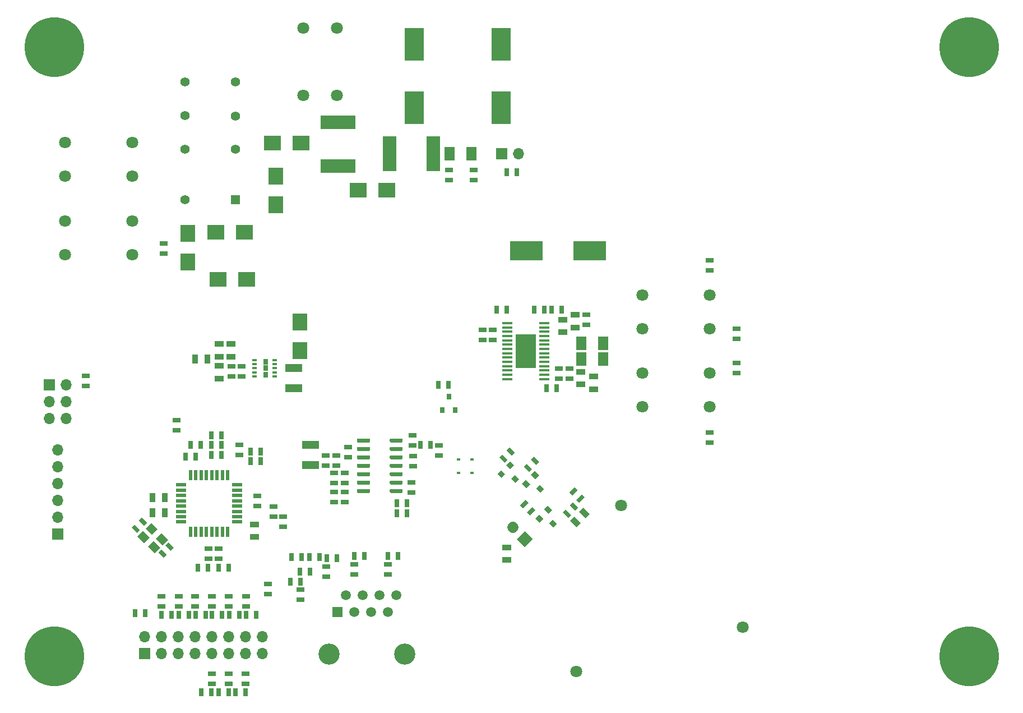
<source format=gts>
G04 #@! TF.GenerationSoftware,KiCad,Pcbnew,5.1.5-52549c5~84~ubuntu18.04.1*
G04 #@! TF.CreationDate,2020-04-08T01:42:59+02:00*
G04 #@! TF.ProjectId,opensyringepump_indus,6f70656e-7379-4726-996e-676570756d70,rev?*
G04 #@! TF.SameCoordinates,Original*
G04 #@! TF.FileFunction,Soldermask,Top*
G04 #@! TF.FilePolarity,Negative*
%FSLAX46Y46*%
G04 Gerber Fmt 4.6, Leading zero omitted, Abs format (unit mm)*
G04 Created by KiCad (PCBNEW 5.1.5-52549c5~84~ubuntu18.04.1) date 2020-04-08 01:42:59*
%MOMM*%
%LPD*%
G04 APERTURE LIST*
%ADD10R,1.143000X0.635000*%
%ADD11R,0.635000X1.143000*%
%ADD12C,0.100000*%
%ADD13R,1.397000X0.889000*%
%ADD14R,0.889000X1.397000*%
%ADD15R,2.540000X1.270000*%
%ADD16C,9.000000*%
%ADD17O,1.700000X1.700000*%
%ADD18R,1.700000X1.700000*%
%ADD19C,1.800000*%
%ADD20C,0.350000*%
%ADD21R,0.700000X0.966666*%
%ADD22R,0.650000X0.300000*%
%ADD23R,2.000000X5.300000*%
%ADD24R,5.300000X2.000000*%
%ADD25R,2.300000X2.500000*%
%ADD26R,0.600000X0.450000*%
%ADD27C,1.500000*%
%ADD28R,1.500000X1.500000*%
%ADD29C,3.200000*%
%ADD30R,1.524000X2.032000*%
%ADD31R,5.000000X3.000000*%
%ADD32R,3.000000X5.000000*%
%ADD33R,1.600200X0.299720*%
%ADD34R,3.098800X5.179060*%
%ADD35R,0.800000X0.900000*%
%ADD36C,1.700000*%
%ADD37R,0.550000X1.600000*%
%ADD38R,1.600000X0.550000*%
%ADD39C,1.400000*%
%ADD40R,1.400000X1.400000*%
%ADD41R,2.500000X2.300000*%
G04 APERTURE END LIST*
D10*
X54500000Y-94338000D03*
X54500000Y-95862000D03*
X62800000Y-87762000D03*
X62800000Y-86238000D03*
X64299999Y-87762000D03*
X64299999Y-86238000D03*
X100700000Y-80738000D03*
X100700000Y-82262000D03*
X102200000Y-82262000D03*
X102200000Y-80738000D03*
D11*
X57362000Y-99800000D03*
X55838000Y-99800000D03*
X58162000Y-98100000D03*
X56638000Y-98100000D03*
D12*
G36*
X115044576Y-104899599D02*
G01*
X114236353Y-105707822D01*
X113787340Y-105258809D01*
X114595563Y-104450586D01*
X115044576Y-104899599D01*
G37*
G36*
X116122206Y-105977229D02*
G01*
X115313983Y-106785452D01*
X114864970Y-106336439D01*
X115673193Y-105528216D01*
X116122206Y-105977229D01*
G37*
G36*
X113281580Y-107810197D02*
G01*
X114089803Y-108618420D01*
X113640790Y-109067433D01*
X112832567Y-108259210D01*
X113281580Y-107810197D01*
G37*
G36*
X114359210Y-106732567D02*
G01*
X115167433Y-107540790D01*
X114718420Y-107989803D01*
X113910197Y-107181580D01*
X114359210Y-106732567D01*
G37*
G36*
X107440349Y-108245628D02*
G01*
X108248572Y-107437405D01*
X108697585Y-107886418D01*
X107889362Y-108694641D01*
X107440349Y-108245628D01*
G37*
G36*
X106362719Y-107167998D02*
G01*
X107170942Y-106359775D01*
X107619955Y-106808788D01*
X106811732Y-107617011D01*
X106362719Y-107167998D01*
G37*
G36*
X108818420Y-101089803D02*
G01*
X108010197Y-100281580D01*
X108459210Y-99832567D01*
X109267433Y-100640790D01*
X108818420Y-101089803D01*
G37*
G36*
X107740790Y-102167433D02*
G01*
X106932567Y-101359210D01*
X107381580Y-100910197D01*
X108189803Y-101718420D01*
X107740790Y-102167433D01*
G37*
G36*
X105118420Y-99689803D02*
G01*
X104310197Y-98881580D01*
X104759210Y-98432567D01*
X105567433Y-99240790D01*
X105118420Y-99689803D01*
G37*
G36*
X104040790Y-100767433D02*
G01*
X103232567Y-99959210D01*
X103681580Y-99510197D01*
X104489803Y-100318420D01*
X104040790Y-100767433D01*
G37*
D11*
X74538000Y-115000000D03*
X76062000Y-115000000D03*
X74662000Y-117200000D03*
X73138000Y-117200000D03*
D10*
X69100000Y-107338000D03*
X69100000Y-108862000D03*
X90100000Y-96638000D03*
X90100000Y-98162000D03*
X90000000Y-105262000D03*
X90000000Y-103738000D03*
D11*
X87738000Y-108400000D03*
X89262000Y-108400000D03*
X89262000Y-106900000D03*
X87738000Y-106900000D03*
D10*
X90200000Y-99738000D03*
X90200000Y-101262000D03*
X77000000Y-99638000D03*
X77000000Y-101162000D03*
X78600000Y-101162000D03*
X78600000Y-99638000D03*
X78300000Y-105138000D03*
X78300000Y-106662000D03*
X79900000Y-106662000D03*
X79900000Y-105138000D03*
X78300000Y-103862000D03*
X78300000Y-102338000D03*
X79900000Y-102338000D03*
X79900000Y-103862000D03*
D11*
X65638000Y-100500000D03*
X67162000Y-100500000D03*
X65638000Y-99100000D03*
X67162000Y-99100000D03*
D10*
X64000000Y-98038000D03*
X64000000Y-99562000D03*
X113800000Y-88062000D03*
X113800000Y-86538000D03*
D11*
X111138000Y-77700000D03*
X112662000Y-77700000D03*
X108538000Y-77700000D03*
X110062000Y-77700000D03*
X95562000Y-89000000D03*
X94038000Y-89000000D03*
X59738000Y-98100000D03*
X61262000Y-98100000D03*
X61262000Y-96600000D03*
X59738000Y-96600000D03*
X49762000Y-123500000D03*
X48238000Y-123500000D03*
D10*
X40800000Y-87638000D03*
X40800000Y-89162000D03*
D11*
X73362000Y-115000000D03*
X71838000Y-115000000D03*
D10*
X68300000Y-119038000D03*
X68300000Y-120562000D03*
D12*
G36*
X116253124Y-109134704D02*
G01*
X115265296Y-108146876D01*
X115893914Y-107518258D01*
X116881742Y-108506086D01*
X116253124Y-109134704D01*
G37*
G36*
X114906086Y-110481742D02*
G01*
X113918258Y-109493914D01*
X114546876Y-108865296D01*
X115534704Y-109853124D01*
X114906086Y-110481742D01*
G37*
D13*
X104400000Y-115452500D03*
X104400000Y-113547500D03*
X66300000Y-111952500D03*
X66300000Y-110047500D03*
D10*
X52500000Y-67638000D03*
X52500000Y-69162000D03*
D14*
X57247500Y-85100000D03*
X59152500Y-85100000D03*
D13*
X60900000Y-88052500D03*
X60900000Y-86147500D03*
X60899999Y-82847501D03*
X60899999Y-84752501D03*
X62700001Y-82847501D03*
X62700001Y-84752501D03*
D15*
X72200001Y-89524001D03*
X72200001Y-86476001D03*
D14*
X50847500Y-106000000D03*
X52752500Y-106000000D03*
X50847500Y-108300000D03*
X52752500Y-108300000D03*
D13*
X112800000Y-79147500D03*
X112800000Y-81052500D03*
X115500000Y-88952500D03*
X115500000Y-87047500D03*
X114700000Y-78447500D03*
X114700000Y-80352500D03*
X117500000Y-89652500D03*
X117500000Y-87747500D03*
D10*
X116400000Y-78438000D03*
X116400000Y-79962000D03*
X99400000Y-58062000D03*
X99400000Y-56538000D03*
X95600000Y-58062000D03*
X95600000Y-56538000D03*
D11*
X58862000Y-123700000D03*
X57338000Y-123700000D03*
X61362000Y-123700000D03*
X59838000Y-123700000D03*
X56362000Y-123700000D03*
X54838000Y-123700000D03*
X63962000Y-123700000D03*
X62438000Y-123700000D03*
X53762000Y-123700000D03*
X52238000Y-123700000D03*
X66500000Y-123700000D03*
X64976000Y-123700000D03*
D12*
G36*
X48130970Y-110101009D02*
G01*
X48939193Y-110909232D01*
X48490180Y-111358245D01*
X47681957Y-110550022D01*
X48130970Y-110101009D01*
G37*
G36*
X49208600Y-109023379D02*
G01*
X50016823Y-109831602D01*
X49567810Y-110280615D01*
X48759587Y-109472392D01*
X49208600Y-109023379D01*
G37*
G36*
X53598319Y-114028281D02*
G01*
X52790096Y-113220058D01*
X53239109Y-112771045D01*
X54047332Y-113579268D01*
X53598319Y-114028281D01*
G37*
G36*
X52520689Y-115105911D02*
G01*
X51712466Y-114297688D01*
X52161479Y-113848675D01*
X52969702Y-114656898D01*
X52520689Y-115105911D01*
G37*
D11*
X87924000Y-114800000D03*
X86400000Y-114800000D03*
X82862000Y-114800000D03*
X81338000Y-114800000D03*
X58238000Y-135400000D03*
X59762000Y-135400000D03*
X60838000Y-135400000D03*
X62362000Y-135400000D03*
D10*
X70600000Y-110462000D03*
X70600000Y-108938000D03*
D11*
X63338000Y-135400000D03*
X64862000Y-135400000D03*
X57738000Y-116600000D03*
X59262000Y-116600000D03*
X62362000Y-116600000D03*
X60838000Y-116600000D03*
X78662000Y-115200000D03*
X77138000Y-115200000D03*
D10*
X139100000Y-80538000D03*
X139100000Y-82062000D03*
X139100000Y-87262000D03*
X139100000Y-85738000D03*
X135000000Y-71762000D03*
X135000000Y-70238000D03*
X135000000Y-96238000D03*
X135000000Y-97762000D03*
D11*
X71638000Y-118700000D03*
X73162000Y-118700000D03*
D10*
X66700000Y-105788000D03*
X66700000Y-107312000D03*
X80400000Y-98438000D03*
X80400000Y-99962000D03*
D15*
X74700000Y-98076000D03*
X74700000Y-101124000D03*
D11*
X111862000Y-89500000D03*
X110338000Y-89500000D03*
D10*
X112200000Y-88062000D03*
X112200000Y-86538000D03*
D11*
X102838000Y-77700000D03*
X104362000Y-77700000D03*
D10*
X94100000Y-99662000D03*
X94100000Y-98138000D03*
D11*
X61262000Y-99600000D03*
X59738000Y-99600000D03*
D16*
X174200000Y-130000000D03*
X36000000Y-38000000D03*
X36000000Y-130000000D03*
X174200000Y-38000000D03*
D11*
X104338000Y-56900000D03*
X105862000Y-56900000D03*
D17*
X36500000Y-98800000D03*
X36500000Y-101340000D03*
X36500000Y-103880000D03*
X36500000Y-106420000D03*
X36500000Y-108960000D03*
D18*
X36500000Y-111500000D03*
D17*
X37840000Y-94080000D03*
X35300000Y-94080000D03*
X37840000Y-91540000D03*
X35300000Y-91540000D03*
X37840000Y-89000000D03*
D18*
X35300000Y-89000000D03*
D19*
X139988618Y-125582016D03*
X121617984Y-107211382D03*
X114893398Y-132306602D03*
D20*
X67975000Y-85533334D03*
X67975000Y-86500000D03*
X67975000Y-87466666D03*
D21*
X67975000Y-85533334D03*
X67975000Y-86500000D03*
X67975000Y-87466666D03*
D22*
X66275000Y-87700000D03*
X66275000Y-87100000D03*
X66275000Y-86500000D03*
X66275000Y-85900000D03*
X66275000Y-85300000D03*
X69325000Y-85300000D03*
X69325000Y-85900000D03*
X69325000Y-86500000D03*
X69325000Y-87100000D03*
X69325000Y-87700000D03*
D17*
X106140000Y-54100000D03*
D18*
X103600000Y-54100000D03*
D11*
X91338000Y-98100000D03*
X92862000Y-98100000D03*
D23*
X86700000Y-54100000D03*
X93300000Y-54100000D03*
D24*
X78900000Y-56000000D03*
X78900000Y-49400000D03*
D25*
X73100000Y-79550000D03*
X73100000Y-83850000D03*
D26*
X99150000Y-100300000D03*
X97050000Y-100300000D03*
X99150000Y-102300000D03*
X97050000Y-102300000D03*
D27*
X87690000Y-120760000D03*
X86420000Y-123300000D03*
X85150000Y-120760000D03*
X83880000Y-123300000D03*
X82610000Y-120760000D03*
X81340000Y-123300000D03*
X80070000Y-120760000D03*
D28*
X78800000Y-123300000D03*
D29*
X77530000Y-129650000D03*
X88960000Y-129650000D03*
D30*
X99051000Y-54100000D03*
X95749000Y-54100000D03*
D31*
X116900000Y-68800000D03*
X107300000Y-68800000D03*
D32*
X103500000Y-47200000D03*
X103500000Y-37600000D03*
X90400000Y-47200000D03*
X90400000Y-37600000D03*
D10*
X52200000Y-122462000D03*
X52200000Y-120938000D03*
X54800000Y-122462000D03*
X54800000Y-120938000D03*
X57300000Y-122462000D03*
X57300000Y-120938000D03*
X59800000Y-122462000D03*
X59800000Y-120938000D03*
X62400000Y-122462000D03*
X62400000Y-120938000D03*
X65000000Y-122462000D03*
X65000000Y-120938000D03*
D12*
G36*
X51996016Y-113549569D02*
G01*
X51147488Y-114398097D01*
X50157538Y-113408147D01*
X51006066Y-112559619D01*
X51996016Y-113549569D01*
G37*
G36*
X50440381Y-111993934D02*
G01*
X49591853Y-112842462D01*
X48601903Y-111852512D01*
X49450431Y-111003984D01*
X50440381Y-111993934D01*
G37*
G36*
X51642462Y-110791853D02*
G01*
X50793934Y-111640381D01*
X49803984Y-110650431D01*
X50652512Y-109801903D01*
X51642462Y-110791853D01*
G37*
G36*
X53198097Y-112347488D02*
G01*
X52349569Y-113196016D01*
X51359619Y-112206066D01*
X52208147Y-111357538D01*
X53198097Y-112347488D01*
G37*
D10*
X86400000Y-116138000D03*
X86400000Y-117662000D03*
X81300000Y-116138000D03*
X81300000Y-117662000D03*
X59800000Y-134162000D03*
X59800000Y-132638000D03*
X62400000Y-134162000D03*
X62400000Y-132638000D03*
X64900000Y-134162000D03*
X64900000Y-132638000D03*
X59300000Y-113738000D03*
X59300000Y-115262000D03*
X60800000Y-113738000D03*
X60800000Y-115262000D03*
X73200000Y-119938000D03*
X73200000Y-121462000D03*
X77100000Y-116438000D03*
X77100000Y-117962000D03*
D33*
X109999080Y-79675980D03*
X109999080Y-80326220D03*
X109999080Y-80973920D03*
X109999080Y-81624160D03*
X109999080Y-82274400D03*
X109999080Y-82924640D03*
X109999080Y-83574880D03*
X109999080Y-84225120D03*
X109999080Y-84875360D03*
X109999080Y-85525600D03*
X109999080Y-86175840D03*
X109999080Y-86826080D03*
X109999080Y-87473780D03*
X109999080Y-88124020D03*
D34*
X107200000Y-83900000D03*
D33*
X104400920Y-88124020D03*
X104400920Y-87473780D03*
X104400920Y-86826080D03*
X104400920Y-86175840D03*
X104400920Y-85525600D03*
X104400920Y-84875360D03*
X104400920Y-84225120D03*
X104400920Y-83574880D03*
X104400920Y-82924640D03*
X104400920Y-82274400D03*
X104400920Y-81624160D03*
X104400920Y-80973920D03*
X104400920Y-80326220D03*
X104400920Y-79675980D03*
D12*
G36*
X88514703Y-97090722D02*
G01*
X88529264Y-97092882D01*
X88543543Y-97096459D01*
X88557403Y-97101418D01*
X88570710Y-97107712D01*
X88583336Y-97115280D01*
X88595159Y-97124048D01*
X88606066Y-97133934D01*
X88615952Y-97144841D01*
X88624720Y-97156664D01*
X88632288Y-97169290D01*
X88638582Y-97182597D01*
X88643541Y-97196457D01*
X88647118Y-97210736D01*
X88649278Y-97225297D01*
X88650000Y-97240000D01*
X88650000Y-97540000D01*
X88649278Y-97554703D01*
X88647118Y-97569264D01*
X88643541Y-97583543D01*
X88638582Y-97597403D01*
X88632288Y-97610710D01*
X88624720Y-97623336D01*
X88615952Y-97635159D01*
X88606066Y-97646066D01*
X88595159Y-97655952D01*
X88583336Y-97664720D01*
X88570710Y-97672288D01*
X88557403Y-97678582D01*
X88543543Y-97683541D01*
X88529264Y-97687118D01*
X88514703Y-97689278D01*
X88500000Y-97690000D01*
X86850000Y-97690000D01*
X86835297Y-97689278D01*
X86820736Y-97687118D01*
X86806457Y-97683541D01*
X86792597Y-97678582D01*
X86779290Y-97672288D01*
X86766664Y-97664720D01*
X86754841Y-97655952D01*
X86743934Y-97646066D01*
X86734048Y-97635159D01*
X86725280Y-97623336D01*
X86717712Y-97610710D01*
X86711418Y-97597403D01*
X86706459Y-97583543D01*
X86702882Y-97569264D01*
X86700722Y-97554703D01*
X86700000Y-97540000D01*
X86700000Y-97240000D01*
X86700722Y-97225297D01*
X86702882Y-97210736D01*
X86706459Y-97196457D01*
X86711418Y-97182597D01*
X86717712Y-97169290D01*
X86725280Y-97156664D01*
X86734048Y-97144841D01*
X86743934Y-97133934D01*
X86754841Y-97124048D01*
X86766664Y-97115280D01*
X86779290Y-97107712D01*
X86792597Y-97101418D01*
X86806457Y-97096459D01*
X86820736Y-97092882D01*
X86835297Y-97090722D01*
X86850000Y-97090000D01*
X88500000Y-97090000D01*
X88514703Y-97090722D01*
G37*
G36*
X88514703Y-98360722D02*
G01*
X88529264Y-98362882D01*
X88543543Y-98366459D01*
X88557403Y-98371418D01*
X88570710Y-98377712D01*
X88583336Y-98385280D01*
X88595159Y-98394048D01*
X88606066Y-98403934D01*
X88615952Y-98414841D01*
X88624720Y-98426664D01*
X88632288Y-98439290D01*
X88638582Y-98452597D01*
X88643541Y-98466457D01*
X88647118Y-98480736D01*
X88649278Y-98495297D01*
X88650000Y-98510000D01*
X88650000Y-98810000D01*
X88649278Y-98824703D01*
X88647118Y-98839264D01*
X88643541Y-98853543D01*
X88638582Y-98867403D01*
X88632288Y-98880710D01*
X88624720Y-98893336D01*
X88615952Y-98905159D01*
X88606066Y-98916066D01*
X88595159Y-98925952D01*
X88583336Y-98934720D01*
X88570710Y-98942288D01*
X88557403Y-98948582D01*
X88543543Y-98953541D01*
X88529264Y-98957118D01*
X88514703Y-98959278D01*
X88500000Y-98960000D01*
X86850000Y-98960000D01*
X86835297Y-98959278D01*
X86820736Y-98957118D01*
X86806457Y-98953541D01*
X86792597Y-98948582D01*
X86779290Y-98942288D01*
X86766664Y-98934720D01*
X86754841Y-98925952D01*
X86743934Y-98916066D01*
X86734048Y-98905159D01*
X86725280Y-98893336D01*
X86717712Y-98880710D01*
X86711418Y-98867403D01*
X86706459Y-98853543D01*
X86702882Y-98839264D01*
X86700722Y-98824703D01*
X86700000Y-98810000D01*
X86700000Y-98510000D01*
X86700722Y-98495297D01*
X86702882Y-98480736D01*
X86706459Y-98466457D01*
X86711418Y-98452597D01*
X86717712Y-98439290D01*
X86725280Y-98426664D01*
X86734048Y-98414841D01*
X86743934Y-98403934D01*
X86754841Y-98394048D01*
X86766664Y-98385280D01*
X86779290Y-98377712D01*
X86792597Y-98371418D01*
X86806457Y-98366459D01*
X86820736Y-98362882D01*
X86835297Y-98360722D01*
X86850000Y-98360000D01*
X88500000Y-98360000D01*
X88514703Y-98360722D01*
G37*
G36*
X88514703Y-99630722D02*
G01*
X88529264Y-99632882D01*
X88543543Y-99636459D01*
X88557403Y-99641418D01*
X88570710Y-99647712D01*
X88583336Y-99655280D01*
X88595159Y-99664048D01*
X88606066Y-99673934D01*
X88615952Y-99684841D01*
X88624720Y-99696664D01*
X88632288Y-99709290D01*
X88638582Y-99722597D01*
X88643541Y-99736457D01*
X88647118Y-99750736D01*
X88649278Y-99765297D01*
X88650000Y-99780000D01*
X88650000Y-100080000D01*
X88649278Y-100094703D01*
X88647118Y-100109264D01*
X88643541Y-100123543D01*
X88638582Y-100137403D01*
X88632288Y-100150710D01*
X88624720Y-100163336D01*
X88615952Y-100175159D01*
X88606066Y-100186066D01*
X88595159Y-100195952D01*
X88583336Y-100204720D01*
X88570710Y-100212288D01*
X88557403Y-100218582D01*
X88543543Y-100223541D01*
X88529264Y-100227118D01*
X88514703Y-100229278D01*
X88500000Y-100230000D01*
X86850000Y-100230000D01*
X86835297Y-100229278D01*
X86820736Y-100227118D01*
X86806457Y-100223541D01*
X86792597Y-100218582D01*
X86779290Y-100212288D01*
X86766664Y-100204720D01*
X86754841Y-100195952D01*
X86743934Y-100186066D01*
X86734048Y-100175159D01*
X86725280Y-100163336D01*
X86717712Y-100150710D01*
X86711418Y-100137403D01*
X86706459Y-100123543D01*
X86702882Y-100109264D01*
X86700722Y-100094703D01*
X86700000Y-100080000D01*
X86700000Y-99780000D01*
X86700722Y-99765297D01*
X86702882Y-99750736D01*
X86706459Y-99736457D01*
X86711418Y-99722597D01*
X86717712Y-99709290D01*
X86725280Y-99696664D01*
X86734048Y-99684841D01*
X86743934Y-99673934D01*
X86754841Y-99664048D01*
X86766664Y-99655280D01*
X86779290Y-99647712D01*
X86792597Y-99641418D01*
X86806457Y-99636459D01*
X86820736Y-99632882D01*
X86835297Y-99630722D01*
X86850000Y-99630000D01*
X88500000Y-99630000D01*
X88514703Y-99630722D01*
G37*
G36*
X88514703Y-100900722D02*
G01*
X88529264Y-100902882D01*
X88543543Y-100906459D01*
X88557403Y-100911418D01*
X88570710Y-100917712D01*
X88583336Y-100925280D01*
X88595159Y-100934048D01*
X88606066Y-100943934D01*
X88615952Y-100954841D01*
X88624720Y-100966664D01*
X88632288Y-100979290D01*
X88638582Y-100992597D01*
X88643541Y-101006457D01*
X88647118Y-101020736D01*
X88649278Y-101035297D01*
X88650000Y-101050000D01*
X88650000Y-101350000D01*
X88649278Y-101364703D01*
X88647118Y-101379264D01*
X88643541Y-101393543D01*
X88638582Y-101407403D01*
X88632288Y-101420710D01*
X88624720Y-101433336D01*
X88615952Y-101445159D01*
X88606066Y-101456066D01*
X88595159Y-101465952D01*
X88583336Y-101474720D01*
X88570710Y-101482288D01*
X88557403Y-101488582D01*
X88543543Y-101493541D01*
X88529264Y-101497118D01*
X88514703Y-101499278D01*
X88500000Y-101500000D01*
X86850000Y-101500000D01*
X86835297Y-101499278D01*
X86820736Y-101497118D01*
X86806457Y-101493541D01*
X86792597Y-101488582D01*
X86779290Y-101482288D01*
X86766664Y-101474720D01*
X86754841Y-101465952D01*
X86743934Y-101456066D01*
X86734048Y-101445159D01*
X86725280Y-101433336D01*
X86717712Y-101420710D01*
X86711418Y-101407403D01*
X86706459Y-101393543D01*
X86702882Y-101379264D01*
X86700722Y-101364703D01*
X86700000Y-101350000D01*
X86700000Y-101050000D01*
X86700722Y-101035297D01*
X86702882Y-101020736D01*
X86706459Y-101006457D01*
X86711418Y-100992597D01*
X86717712Y-100979290D01*
X86725280Y-100966664D01*
X86734048Y-100954841D01*
X86743934Y-100943934D01*
X86754841Y-100934048D01*
X86766664Y-100925280D01*
X86779290Y-100917712D01*
X86792597Y-100911418D01*
X86806457Y-100906459D01*
X86820736Y-100902882D01*
X86835297Y-100900722D01*
X86850000Y-100900000D01*
X88500000Y-100900000D01*
X88514703Y-100900722D01*
G37*
G36*
X88514703Y-102170722D02*
G01*
X88529264Y-102172882D01*
X88543543Y-102176459D01*
X88557403Y-102181418D01*
X88570710Y-102187712D01*
X88583336Y-102195280D01*
X88595159Y-102204048D01*
X88606066Y-102213934D01*
X88615952Y-102224841D01*
X88624720Y-102236664D01*
X88632288Y-102249290D01*
X88638582Y-102262597D01*
X88643541Y-102276457D01*
X88647118Y-102290736D01*
X88649278Y-102305297D01*
X88650000Y-102320000D01*
X88650000Y-102620000D01*
X88649278Y-102634703D01*
X88647118Y-102649264D01*
X88643541Y-102663543D01*
X88638582Y-102677403D01*
X88632288Y-102690710D01*
X88624720Y-102703336D01*
X88615952Y-102715159D01*
X88606066Y-102726066D01*
X88595159Y-102735952D01*
X88583336Y-102744720D01*
X88570710Y-102752288D01*
X88557403Y-102758582D01*
X88543543Y-102763541D01*
X88529264Y-102767118D01*
X88514703Y-102769278D01*
X88500000Y-102770000D01*
X86850000Y-102770000D01*
X86835297Y-102769278D01*
X86820736Y-102767118D01*
X86806457Y-102763541D01*
X86792597Y-102758582D01*
X86779290Y-102752288D01*
X86766664Y-102744720D01*
X86754841Y-102735952D01*
X86743934Y-102726066D01*
X86734048Y-102715159D01*
X86725280Y-102703336D01*
X86717712Y-102690710D01*
X86711418Y-102677403D01*
X86706459Y-102663543D01*
X86702882Y-102649264D01*
X86700722Y-102634703D01*
X86700000Y-102620000D01*
X86700000Y-102320000D01*
X86700722Y-102305297D01*
X86702882Y-102290736D01*
X86706459Y-102276457D01*
X86711418Y-102262597D01*
X86717712Y-102249290D01*
X86725280Y-102236664D01*
X86734048Y-102224841D01*
X86743934Y-102213934D01*
X86754841Y-102204048D01*
X86766664Y-102195280D01*
X86779290Y-102187712D01*
X86792597Y-102181418D01*
X86806457Y-102176459D01*
X86820736Y-102172882D01*
X86835297Y-102170722D01*
X86850000Y-102170000D01*
X88500000Y-102170000D01*
X88514703Y-102170722D01*
G37*
G36*
X88514703Y-103440722D02*
G01*
X88529264Y-103442882D01*
X88543543Y-103446459D01*
X88557403Y-103451418D01*
X88570710Y-103457712D01*
X88583336Y-103465280D01*
X88595159Y-103474048D01*
X88606066Y-103483934D01*
X88615952Y-103494841D01*
X88624720Y-103506664D01*
X88632288Y-103519290D01*
X88638582Y-103532597D01*
X88643541Y-103546457D01*
X88647118Y-103560736D01*
X88649278Y-103575297D01*
X88650000Y-103590000D01*
X88650000Y-103890000D01*
X88649278Y-103904703D01*
X88647118Y-103919264D01*
X88643541Y-103933543D01*
X88638582Y-103947403D01*
X88632288Y-103960710D01*
X88624720Y-103973336D01*
X88615952Y-103985159D01*
X88606066Y-103996066D01*
X88595159Y-104005952D01*
X88583336Y-104014720D01*
X88570710Y-104022288D01*
X88557403Y-104028582D01*
X88543543Y-104033541D01*
X88529264Y-104037118D01*
X88514703Y-104039278D01*
X88500000Y-104040000D01*
X86850000Y-104040000D01*
X86835297Y-104039278D01*
X86820736Y-104037118D01*
X86806457Y-104033541D01*
X86792597Y-104028582D01*
X86779290Y-104022288D01*
X86766664Y-104014720D01*
X86754841Y-104005952D01*
X86743934Y-103996066D01*
X86734048Y-103985159D01*
X86725280Y-103973336D01*
X86717712Y-103960710D01*
X86711418Y-103947403D01*
X86706459Y-103933543D01*
X86702882Y-103919264D01*
X86700722Y-103904703D01*
X86700000Y-103890000D01*
X86700000Y-103590000D01*
X86700722Y-103575297D01*
X86702882Y-103560736D01*
X86706459Y-103546457D01*
X86711418Y-103532597D01*
X86717712Y-103519290D01*
X86725280Y-103506664D01*
X86734048Y-103494841D01*
X86743934Y-103483934D01*
X86754841Y-103474048D01*
X86766664Y-103465280D01*
X86779290Y-103457712D01*
X86792597Y-103451418D01*
X86806457Y-103446459D01*
X86820736Y-103442882D01*
X86835297Y-103440722D01*
X86850000Y-103440000D01*
X88500000Y-103440000D01*
X88514703Y-103440722D01*
G37*
G36*
X88514703Y-104710722D02*
G01*
X88529264Y-104712882D01*
X88543543Y-104716459D01*
X88557403Y-104721418D01*
X88570710Y-104727712D01*
X88583336Y-104735280D01*
X88595159Y-104744048D01*
X88606066Y-104753934D01*
X88615952Y-104764841D01*
X88624720Y-104776664D01*
X88632288Y-104789290D01*
X88638582Y-104802597D01*
X88643541Y-104816457D01*
X88647118Y-104830736D01*
X88649278Y-104845297D01*
X88650000Y-104860000D01*
X88650000Y-105160000D01*
X88649278Y-105174703D01*
X88647118Y-105189264D01*
X88643541Y-105203543D01*
X88638582Y-105217403D01*
X88632288Y-105230710D01*
X88624720Y-105243336D01*
X88615952Y-105255159D01*
X88606066Y-105266066D01*
X88595159Y-105275952D01*
X88583336Y-105284720D01*
X88570710Y-105292288D01*
X88557403Y-105298582D01*
X88543543Y-105303541D01*
X88529264Y-105307118D01*
X88514703Y-105309278D01*
X88500000Y-105310000D01*
X86850000Y-105310000D01*
X86835297Y-105309278D01*
X86820736Y-105307118D01*
X86806457Y-105303541D01*
X86792597Y-105298582D01*
X86779290Y-105292288D01*
X86766664Y-105284720D01*
X86754841Y-105275952D01*
X86743934Y-105266066D01*
X86734048Y-105255159D01*
X86725280Y-105243336D01*
X86717712Y-105230710D01*
X86711418Y-105217403D01*
X86706459Y-105203543D01*
X86702882Y-105189264D01*
X86700722Y-105174703D01*
X86700000Y-105160000D01*
X86700000Y-104860000D01*
X86700722Y-104845297D01*
X86702882Y-104830736D01*
X86706459Y-104816457D01*
X86711418Y-104802597D01*
X86717712Y-104789290D01*
X86725280Y-104776664D01*
X86734048Y-104764841D01*
X86743934Y-104753934D01*
X86754841Y-104744048D01*
X86766664Y-104735280D01*
X86779290Y-104727712D01*
X86792597Y-104721418D01*
X86806457Y-104716459D01*
X86820736Y-104712882D01*
X86835297Y-104710722D01*
X86850000Y-104710000D01*
X88500000Y-104710000D01*
X88514703Y-104710722D01*
G37*
G36*
X83564703Y-104710722D02*
G01*
X83579264Y-104712882D01*
X83593543Y-104716459D01*
X83607403Y-104721418D01*
X83620710Y-104727712D01*
X83633336Y-104735280D01*
X83645159Y-104744048D01*
X83656066Y-104753934D01*
X83665952Y-104764841D01*
X83674720Y-104776664D01*
X83682288Y-104789290D01*
X83688582Y-104802597D01*
X83693541Y-104816457D01*
X83697118Y-104830736D01*
X83699278Y-104845297D01*
X83700000Y-104860000D01*
X83700000Y-105160000D01*
X83699278Y-105174703D01*
X83697118Y-105189264D01*
X83693541Y-105203543D01*
X83688582Y-105217403D01*
X83682288Y-105230710D01*
X83674720Y-105243336D01*
X83665952Y-105255159D01*
X83656066Y-105266066D01*
X83645159Y-105275952D01*
X83633336Y-105284720D01*
X83620710Y-105292288D01*
X83607403Y-105298582D01*
X83593543Y-105303541D01*
X83579264Y-105307118D01*
X83564703Y-105309278D01*
X83550000Y-105310000D01*
X81900000Y-105310000D01*
X81885297Y-105309278D01*
X81870736Y-105307118D01*
X81856457Y-105303541D01*
X81842597Y-105298582D01*
X81829290Y-105292288D01*
X81816664Y-105284720D01*
X81804841Y-105275952D01*
X81793934Y-105266066D01*
X81784048Y-105255159D01*
X81775280Y-105243336D01*
X81767712Y-105230710D01*
X81761418Y-105217403D01*
X81756459Y-105203543D01*
X81752882Y-105189264D01*
X81750722Y-105174703D01*
X81750000Y-105160000D01*
X81750000Y-104860000D01*
X81750722Y-104845297D01*
X81752882Y-104830736D01*
X81756459Y-104816457D01*
X81761418Y-104802597D01*
X81767712Y-104789290D01*
X81775280Y-104776664D01*
X81784048Y-104764841D01*
X81793934Y-104753934D01*
X81804841Y-104744048D01*
X81816664Y-104735280D01*
X81829290Y-104727712D01*
X81842597Y-104721418D01*
X81856457Y-104716459D01*
X81870736Y-104712882D01*
X81885297Y-104710722D01*
X81900000Y-104710000D01*
X83550000Y-104710000D01*
X83564703Y-104710722D01*
G37*
G36*
X83564703Y-103440722D02*
G01*
X83579264Y-103442882D01*
X83593543Y-103446459D01*
X83607403Y-103451418D01*
X83620710Y-103457712D01*
X83633336Y-103465280D01*
X83645159Y-103474048D01*
X83656066Y-103483934D01*
X83665952Y-103494841D01*
X83674720Y-103506664D01*
X83682288Y-103519290D01*
X83688582Y-103532597D01*
X83693541Y-103546457D01*
X83697118Y-103560736D01*
X83699278Y-103575297D01*
X83700000Y-103590000D01*
X83700000Y-103890000D01*
X83699278Y-103904703D01*
X83697118Y-103919264D01*
X83693541Y-103933543D01*
X83688582Y-103947403D01*
X83682288Y-103960710D01*
X83674720Y-103973336D01*
X83665952Y-103985159D01*
X83656066Y-103996066D01*
X83645159Y-104005952D01*
X83633336Y-104014720D01*
X83620710Y-104022288D01*
X83607403Y-104028582D01*
X83593543Y-104033541D01*
X83579264Y-104037118D01*
X83564703Y-104039278D01*
X83550000Y-104040000D01*
X81900000Y-104040000D01*
X81885297Y-104039278D01*
X81870736Y-104037118D01*
X81856457Y-104033541D01*
X81842597Y-104028582D01*
X81829290Y-104022288D01*
X81816664Y-104014720D01*
X81804841Y-104005952D01*
X81793934Y-103996066D01*
X81784048Y-103985159D01*
X81775280Y-103973336D01*
X81767712Y-103960710D01*
X81761418Y-103947403D01*
X81756459Y-103933543D01*
X81752882Y-103919264D01*
X81750722Y-103904703D01*
X81750000Y-103890000D01*
X81750000Y-103590000D01*
X81750722Y-103575297D01*
X81752882Y-103560736D01*
X81756459Y-103546457D01*
X81761418Y-103532597D01*
X81767712Y-103519290D01*
X81775280Y-103506664D01*
X81784048Y-103494841D01*
X81793934Y-103483934D01*
X81804841Y-103474048D01*
X81816664Y-103465280D01*
X81829290Y-103457712D01*
X81842597Y-103451418D01*
X81856457Y-103446459D01*
X81870736Y-103442882D01*
X81885297Y-103440722D01*
X81900000Y-103440000D01*
X83550000Y-103440000D01*
X83564703Y-103440722D01*
G37*
G36*
X83564703Y-102170722D02*
G01*
X83579264Y-102172882D01*
X83593543Y-102176459D01*
X83607403Y-102181418D01*
X83620710Y-102187712D01*
X83633336Y-102195280D01*
X83645159Y-102204048D01*
X83656066Y-102213934D01*
X83665952Y-102224841D01*
X83674720Y-102236664D01*
X83682288Y-102249290D01*
X83688582Y-102262597D01*
X83693541Y-102276457D01*
X83697118Y-102290736D01*
X83699278Y-102305297D01*
X83700000Y-102320000D01*
X83700000Y-102620000D01*
X83699278Y-102634703D01*
X83697118Y-102649264D01*
X83693541Y-102663543D01*
X83688582Y-102677403D01*
X83682288Y-102690710D01*
X83674720Y-102703336D01*
X83665952Y-102715159D01*
X83656066Y-102726066D01*
X83645159Y-102735952D01*
X83633336Y-102744720D01*
X83620710Y-102752288D01*
X83607403Y-102758582D01*
X83593543Y-102763541D01*
X83579264Y-102767118D01*
X83564703Y-102769278D01*
X83550000Y-102770000D01*
X81900000Y-102770000D01*
X81885297Y-102769278D01*
X81870736Y-102767118D01*
X81856457Y-102763541D01*
X81842597Y-102758582D01*
X81829290Y-102752288D01*
X81816664Y-102744720D01*
X81804841Y-102735952D01*
X81793934Y-102726066D01*
X81784048Y-102715159D01*
X81775280Y-102703336D01*
X81767712Y-102690710D01*
X81761418Y-102677403D01*
X81756459Y-102663543D01*
X81752882Y-102649264D01*
X81750722Y-102634703D01*
X81750000Y-102620000D01*
X81750000Y-102320000D01*
X81750722Y-102305297D01*
X81752882Y-102290736D01*
X81756459Y-102276457D01*
X81761418Y-102262597D01*
X81767712Y-102249290D01*
X81775280Y-102236664D01*
X81784048Y-102224841D01*
X81793934Y-102213934D01*
X81804841Y-102204048D01*
X81816664Y-102195280D01*
X81829290Y-102187712D01*
X81842597Y-102181418D01*
X81856457Y-102176459D01*
X81870736Y-102172882D01*
X81885297Y-102170722D01*
X81900000Y-102170000D01*
X83550000Y-102170000D01*
X83564703Y-102170722D01*
G37*
G36*
X83564703Y-100900722D02*
G01*
X83579264Y-100902882D01*
X83593543Y-100906459D01*
X83607403Y-100911418D01*
X83620710Y-100917712D01*
X83633336Y-100925280D01*
X83645159Y-100934048D01*
X83656066Y-100943934D01*
X83665952Y-100954841D01*
X83674720Y-100966664D01*
X83682288Y-100979290D01*
X83688582Y-100992597D01*
X83693541Y-101006457D01*
X83697118Y-101020736D01*
X83699278Y-101035297D01*
X83700000Y-101050000D01*
X83700000Y-101350000D01*
X83699278Y-101364703D01*
X83697118Y-101379264D01*
X83693541Y-101393543D01*
X83688582Y-101407403D01*
X83682288Y-101420710D01*
X83674720Y-101433336D01*
X83665952Y-101445159D01*
X83656066Y-101456066D01*
X83645159Y-101465952D01*
X83633336Y-101474720D01*
X83620710Y-101482288D01*
X83607403Y-101488582D01*
X83593543Y-101493541D01*
X83579264Y-101497118D01*
X83564703Y-101499278D01*
X83550000Y-101500000D01*
X81900000Y-101500000D01*
X81885297Y-101499278D01*
X81870736Y-101497118D01*
X81856457Y-101493541D01*
X81842597Y-101488582D01*
X81829290Y-101482288D01*
X81816664Y-101474720D01*
X81804841Y-101465952D01*
X81793934Y-101456066D01*
X81784048Y-101445159D01*
X81775280Y-101433336D01*
X81767712Y-101420710D01*
X81761418Y-101407403D01*
X81756459Y-101393543D01*
X81752882Y-101379264D01*
X81750722Y-101364703D01*
X81750000Y-101350000D01*
X81750000Y-101050000D01*
X81750722Y-101035297D01*
X81752882Y-101020736D01*
X81756459Y-101006457D01*
X81761418Y-100992597D01*
X81767712Y-100979290D01*
X81775280Y-100966664D01*
X81784048Y-100954841D01*
X81793934Y-100943934D01*
X81804841Y-100934048D01*
X81816664Y-100925280D01*
X81829290Y-100917712D01*
X81842597Y-100911418D01*
X81856457Y-100906459D01*
X81870736Y-100902882D01*
X81885297Y-100900722D01*
X81900000Y-100900000D01*
X83550000Y-100900000D01*
X83564703Y-100900722D01*
G37*
G36*
X83564703Y-99630722D02*
G01*
X83579264Y-99632882D01*
X83593543Y-99636459D01*
X83607403Y-99641418D01*
X83620710Y-99647712D01*
X83633336Y-99655280D01*
X83645159Y-99664048D01*
X83656066Y-99673934D01*
X83665952Y-99684841D01*
X83674720Y-99696664D01*
X83682288Y-99709290D01*
X83688582Y-99722597D01*
X83693541Y-99736457D01*
X83697118Y-99750736D01*
X83699278Y-99765297D01*
X83700000Y-99780000D01*
X83700000Y-100080000D01*
X83699278Y-100094703D01*
X83697118Y-100109264D01*
X83693541Y-100123543D01*
X83688582Y-100137403D01*
X83682288Y-100150710D01*
X83674720Y-100163336D01*
X83665952Y-100175159D01*
X83656066Y-100186066D01*
X83645159Y-100195952D01*
X83633336Y-100204720D01*
X83620710Y-100212288D01*
X83607403Y-100218582D01*
X83593543Y-100223541D01*
X83579264Y-100227118D01*
X83564703Y-100229278D01*
X83550000Y-100230000D01*
X81900000Y-100230000D01*
X81885297Y-100229278D01*
X81870736Y-100227118D01*
X81856457Y-100223541D01*
X81842597Y-100218582D01*
X81829290Y-100212288D01*
X81816664Y-100204720D01*
X81804841Y-100195952D01*
X81793934Y-100186066D01*
X81784048Y-100175159D01*
X81775280Y-100163336D01*
X81767712Y-100150710D01*
X81761418Y-100137403D01*
X81756459Y-100123543D01*
X81752882Y-100109264D01*
X81750722Y-100094703D01*
X81750000Y-100080000D01*
X81750000Y-99780000D01*
X81750722Y-99765297D01*
X81752882Y-99750736D01*
X81756459Y-99736457D01*
X81761418Y-99722597D01*
X81767712Y-99709290D01*
X81775280Y-99696664D01*
X81784048Y-99684841D01*
X81793934Y-99673934D01*
X81804841Y-99664048D01*
X81816664Y-99655280D01*
X81829290Y-99647712D01*
X81842597Y-99641418D01*
X81856457Y-99636459D01*
X81870736Y-99632882D01*
X81885297Y-99630722D01*
X81900000Y-99630000D01*
X83550000Y-99630000D01*
X83564703Y-99630722D01*
G37*
G36*
X83564703Y-98360722D02*
G01*
X83579264Y-98362882D01*
X83593543Y-98366459D01*
X83607403Y-98371418D01*
X83620710Y-98377712D01*
X83633336Y-98385280D01*
X83645159Y-98394048D01*
X83656066Y-98403934D01*
X83665952Y-98414841D01*
X83674720Y-98426664D01*
X83682288Y-98439290D01*
X83688582Y-98452597D01*
X83693541Y-98466457D01*
X83697118Y-98480736D01*
X83699278Y-98495297D01*
X83700000Y-98510000D01*
X83700000Y-98810000D01*
X83699278Y-98824703D01*
X83697118Y-98839264D01*
X83693541Y-98853543D01*
X83688582Y-98867403D01*
X83682288Y-98880710D01*
X83674720Y-98893336D01*
X83665952Y-98905159D01*
X83656066Y-98916066D01*
X83645159Y-98925952D01*
X83633336Y-98934720D01*
X83620710Y-98942288D01*
X83607403Y-98948582D01*
X83593543Y-98953541D01*
X83579264Y-98957118D01*
X83564703Y-98959278D01*
X83550000Y-98960000D01*
X81900000Y-98960000D01*
X81885297Y-98959278D01*
X81870736Y-98957118D01*
X81856457Y-98953541D01*
X81842597Y-98948582D01*
X81829290Y-98942288D01*
X81816664Y-98934720D01*
X81804841Y-98925952D01*
X81793934Y-98916066D01*
X81784048Y-98905159D01*
X81775280Y-98893336D01*
X81767712Y-98880710D01*
X81761418Y-98867403D01*
X81756459Y-98853543D01*
X81752882Y-98839264D01*
X81750722Y-98824703D01*
X81750000Y-98810000D01*
X81750000Y-98510000D01*
X81750722Y-98495297D01*
X81752882Y-98480736D01*
X81756459Y-98466457D01*
X81761418Y-98452597D01*
X81767712Y-98439290D01*
X81775280Y-98426664D01*
X81784048Y-98414841D01*
X81793934Y-98403934D01*
X81804841Y-98394048D01*
X81816664Y-98385280D01*
X81829290Y-98377712D01*
X81842597Y-98371418D01*
X81856457Y-98366459D01*
X81870736Y-98362882D01*
X81885297Y-98360722D01*
X81900000Y-98360000D01*
X83550000Y-98360000D01*
X83564703Y-98360722D01*
G37*
G36*
X83564703Y-97090722D02*
G01*
X83579264Y-97092882D01*
X83593543Y-97096459D01*
X83607403Y-97101418D01*
X83620710Y-97107712D01*
X83633336Y-97115280D01*
X83645159Y-97124048D01*
X83656066Y-97133934D01*
X83665952Y-97144841D01*
X83674720Y-97156664D01*
X83682288Y-97169290D01*
X83688582Y-97182597D01*
X83693541Y-97196457D01*
X83697118Y-97210736D01*
X83699278Y-97225297D01*
X83700000Y-97240000D01*
X83700000Y-97540000D01*
X83699278Y-97554703D01*
X83697118Y-97569264D01*
X83693541Y-97583543D01*
X83688582Y-97597403D01*
X83682288Y-97610710D01*
X83674720Y-97623336D01*
X83665952Y-97635159D01*
X83656066Y-97646066D01*
X83645159Y-97655952D01*
X83633336Y-97664720D01*
X83620710Y-97672288D01*
X83607403Y-97678582D01*
X83593543Y-97683541D01*
X83579264Y-97687118D01*
X83564703Y-97689278D01*
X83550000Y-97690000D01*
X81900000Y-97690000D01*
X81885297Y-97689278D01*
X81870736Y-97687118D01*
X81856457Y-97683541D01*
X81842597Y-97678582D01*
X81829290Y-97672288D01*
X81816664Y-97664720D01*
X81804841Y-97655952D01*
X81793934Y-97646066D01*
X81784048Y-97635159D01*
X81775280Y-97623336D01*
X81767712Y-97610710D01*
X81761418Y-97597403D01*
X81756459Y-97583543D01*
X81752882Y-97569264D01*
X81750722Y-97554703D01*
X81750000Y-97540000D01*
X81750000Y-97240000D01*
X81750722Y-97225297D01*
X81752882Y-97210736D01*
X81756459Y-97196457D01*
X81761418Y-97182597D01*
X81767712Y-97169290D01*
X81775280Y-97156664D01*
X81784048Y-97144841D01*
X81793934Y-97133934D01*
X81804841Y-97124048D01*
X81816664Y-97115280D01*
X81829290Y-97107712D01*
X81842597Y-97101418D01*
X81856457Y-97096459D01*
X81870736Y-97092882D01*
X81885297Y-97090722D01*
X81900000Y-97090000D01*
X83550000Y-97090000D01*
X83564703Y-97090722D01*
G37*
G36*
X110747487Y-109896016D02*
G01*
X111313173Y-109330330D01*
X111949569Y-109966726D01*
X111383883Y-110532412D01*
X110747487Y-109896016D01*
G37*
G36*
X108661522Y-109153554D02*
G01*
X109227208Y-108587868D01*
X109863604Y-109224264D01*
X109297918Y-109789950D01*
X108661522Y-109153554D01*
G37*
G36*
X110005025Y-107810051D02*
G01*
X110570711Y-107244365D01*
X111207107Y-107880761D01*
X110641421Y-108446447D01*
X110005025Y-107810051D01*
G37*
G36*
X108767588Y-104663426D02*
G01*
X109333274Y-104097740D01*
X109969670Y-104734136D01*
X109403984Y-105299822D01*
X108767588Y-104663426D01*
G37*
G36*
X106681623Y-103920964D02*
G01*
X107247309Y-103355278D01*
X107883705Y-103991674D01*
X107318019Y-104557360D01*
X106681623Y-103920964D01*
G37*
G36*
X108025126Y-102577461D02*
G01*
X108590812Y-102011775D01*
X109227208Y-102648171D01*
X108661522Y-103213857D01*
X108025126Y-102577461D01*
G37*
G36*
X105006066Y-103171752D02*
G01*
X105571752Y-102606066D01*
X106208148Y-103242462D01*
X105642462Y-103808148D01*
X105006066Y-103171752D01*
G37*
G36*
X102920101Y-102429290D02*
G01*
X103485787Y-101863604D01*
X104122183Y-102500000D01*
X103556497Y-103065686D01*
X102920101Y-102429290D01*
G37*
G36*
X104263604Y-101085787D02*
G01*
X104829290Y-100520101D01*
X105465686Y-101156497D01*
X104900000Y-101722183D01*
X104263604Y-101085787D01*
G37*
D35*
X95600000Y-90800000D03*
X96550000Y-92800000D03*
X94650000Y-92800000D03*
D36*
X105303949Y-110503949D02*
X105303949Y-110503949D01*
D12*
G36*
X107100000Y-111097918D02*
G01*
X108302082Y-112300000D01*
X107100000Y-113502082D01*
X105897918Y-112300000D01*
X107100000Y-111097918D01*
G37*
D17*
X67480000Y-127060000D03*
X67480000Y-129600000D03*
X64940000Y-127060000D03*
X64940000Y-129600000D03*
X62400000Y-127060000D03*
X62400000Y-129600000D03*
X59860000Y-127060000D03*
X59860000Y-129600000D03*
X57320000Y-127060000D03*
X57320000Y-129600000D03*
X54780000Y-127060000D03*
X54780000Y-129600000D03*
X52240000Y-127060000D03*
X52240000Y-129600000D03*
X49700000Y-127060000D03*
D18*
X49700000Y-129600000D03*
D19*
X124840000Y-75460000D03*
X135000000Y-75460000D03*
X124840000Y-80540000D03*
X135000000Y-80540000D03*
X124840000Y-87260000D03*
X135000000Y-87260000D03*
X124840000Y-92340000D03*
X135000000Y-92340000D03*
D30*
X118951000Y-85100000D03*
X115649000Y-85100000D03*
X118951000Y-82700000D03*
X115649000Y-82700000D03*
D37*
X56600000Y-102650000D03*
X57400000Y-102650000D03*
X58200000Y-102650000D03*
X59000000Y-102650000D03*
X59800000Y-102650000D03*
X60600000Y-102650000D03*
X61400000Y-102650000D03*
X62200000Y-102650000D03*
D38*
X63650000Y-104100000D03*
X63650000Y-104900000D03*
X63650000Y-105700000D03*
X63650000Y-106500000D03*
X63650000Y-107300000D03*
X63650000Y-108100000D03*
X63650000Y-108900000D03*
X63650000Y-109700000D03*
D37*
X62200000Y-111150000D03*
X61400000Y-111150000D03*
X60600000Y-111150000D03*
X59800000Y-111150000D03*
X59000000Y-111150000D03*
X58200000Y-111150000D03*
X57400000Y-111150000D03*
X56600000Y-111150000D03*
D38*
X55150000Y-109700000D03*
X55150000Y-108900000D03*
X55150000Y-108100000D03*
X55150000Y-107300000D03*
X55150000Y-106500000D03*
X55150000Y-105700000D03*
X55150000Y-104900000D03*
X55150000Y-104100000D03*
D39*
X55780000Y-53480000D03*
X55770000Y-43310000D03*
X55770000Y-48390000D03*
X63400000Y-53480000D03*
X63400000Y-43320000D03*
X63400000Y-48410000D03*
X55780000Y-61100000D03*
D40*
X63400000Y-61100000D03*
D19*
X78740000Y-35140000D03*
X78740000Y-45300000D03*
X73660000Y-35140000D03*
X73660000Y-45300000D03*
X47760000Y-69340000D03*
X37600000Y-69340000D03*
X47760000Y-64260000D03*
X37600000Y-64260000D03*
X47760000Y-57540000D03*
X37600000Y-57540000D03*
X47760000Y-52460000D03*
X37600000Y-52460000D03*
D41*
X81950000Y-59600000D03*
X86250000Y-59600000D03*
X68950000Y-52500000D03*
X73250000Y-52500000D03*
D25*
X69500000Y-57550000D03*
X69500000Y-61850000D03*
D41*
X60750000Y-73100000D03*
X65050000Y-73100000D03*
X64750000Y-66000000D03*
X60450000Y-66000000D03*
D25*
X56200000Y-70450000D03*
X56200000Y-66150000D03*
M02*

</source>
